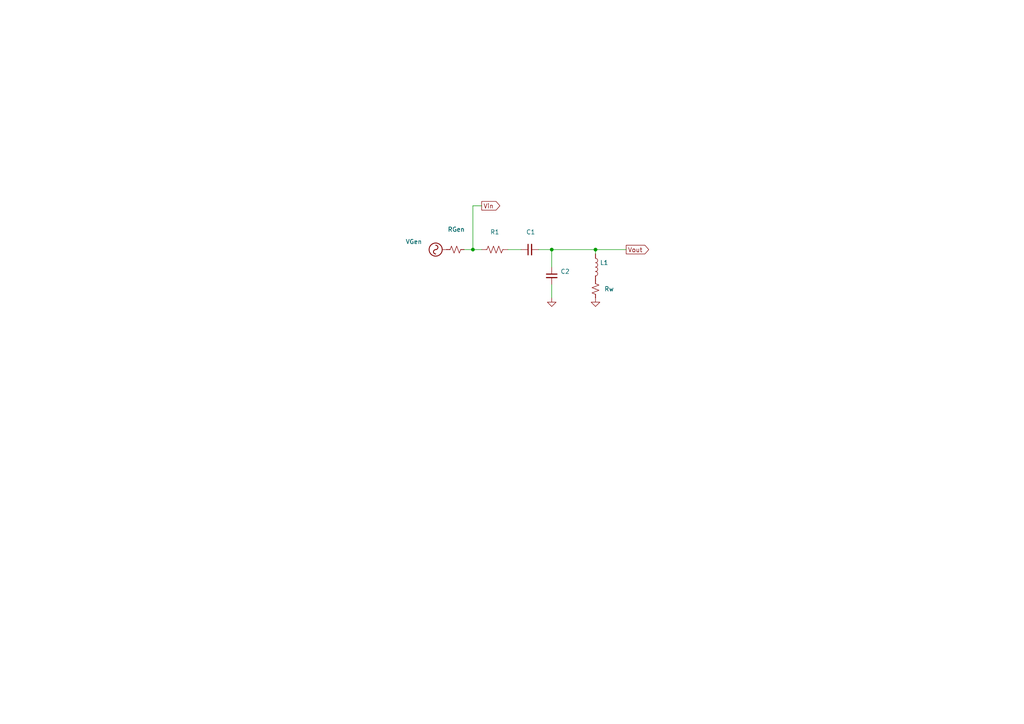
<source format=kicad_sch>
(kicad_sch (version 20231120) (generator "eeschema") (generator_version "8.0")
  (paper "A4")
  (lib_symbols
    (symbol "Device:C_Small" (pin_numbers hide) (pin_names (offset 0.254) hide)
      (property "Reference" "C" (at 0.254 1.778 0))
      (property "Value" "C_Small" (at 0.254 -2.032 0))
      (symbol "C_Small_0_1"
        (polyline (pts (xy -1.524 -0.508) (xy 1.524 -0.508)) (stroke (width 0.3302)))
        (polyline (pts (xy -1.524 0.508) (xy 1.524 0.508)) (stroke (width 0.3048)))
      )
      (symbol "C_Small_1_1"
        (pin passive line (at 0 2.54 270) (length 2.032) (name "~") (number "1"))
        (pin passive line (at 0 -2.54 90) (length 2.032) (name "~") (number "2"))
      )
    )
    (symbol "Device:L" (pin_numbers hide) (pin_names (offset 1.016) hide)
      (property "Reference" "L" (at -1.27 0 90))
      (property "Value" "L" (at 1.905 0 90))
      (symbol "L_0_1"
        (arc (start 0 -2.54) (mid 0.6323 -1.905) (end 0 -1.27))
        (arc (start 0 -1.27) (mid 0.6323 -0.635) (end 0 0))
        (arc (start 0 0) (mid 0.6323 0.635) (end 0 1.27))
        (arc (start 0 1.27) (mid 0.6323 1.905) (end 0 2.54))
      )
      (symbol "L_1_1"
        (pin passive line (at 0 3.81 270) (length 1.27) (name "1") (number "1"))
        (pin passive line (at 0 -3.81 90) (length 1.27) (name "2") (number "2"))
      )
    )
    (symbol "Device:R_Small_US" (pin_numbers hide) (pin_names (offset 0.254) hide)
      (property "Reference" "R" (at 0.762 0.508 0))
      (property "Value" "R_Small_US" (at 0.762 -1.016 0))
      (symbol "R_Small_US_1_1"
        (polyline (pts (xy 0 0) (xy 1.016 -0.381) (xy 0 -0.762) (xy -1.016 -1.143) (xy 0 -1.524)))
        (polyline (pts (xy 0 1.524) (xy 1.016 1.143) (xy 0 0.762) (xy -1.016 0.381) (xy 0 0)))
        (pin passive line (at 0 2.54 270) (length 1.016) (name "~") (number "1"))
        (pin passive line (at 0 -2.54 90) (length 1.016) (name "~") (number "2"))
      )
    )
    (symbol "Device:R_US" (pin_numbers hide) (pin_names (offset 0))
      (property "Reference" "R" (at 2.54 0 90))
      (property "Value" "R_US" (at -2.54 0 90))
      (symbol "R_US_0_1"
        (polyline (pts (xy 0 -2.286) (xy 0 -2.54)))
        (polyline (pts (xy 0 2.286) (xy 0 2.54)))
        (polyline (pts (xy 0 -0.762) (xy 1.016 -1.143) (xy 0 -1.524) (xy -1.016 -1.905) (xy 0 -2.286)))
        (polyline (pts (xy 0 0.762) (xy 1.016 0.381) (xy 0 0) (xy -1.016 -0.381) (xy 0 -0.762)))
        (polyline (pts (xy 0 2.286) (xy 1.016 1.905) (xy 0 1.524) (xy -1.016 1.143) (xy 0 0.762)))
      )
      (symbol "R_US_1_1"
        (pin passive line (at 0 3.81 270) (length 1.27) (name "~") (number "1"))
        (pin passive line (at 0 -3.81 90) (length 1.27) (name "~") (number "2"))
      )
    )
    (symbol "power:AC" (power) (pin_numbers hide) (pin_names (offset 0) hide)
      (property "Value" "AC" (at 0 6.35 0))
      (symbol "AC_0_1"
        (polyline (pts (xy 0 0) (xy 0 1.27)))
        (arc (start 0 3.175) (mid -0.635 3.8073) (end -1.27 3.175) (stroke (width 0.254)))
        (arc (start 0 3.175) (mid 0.635 2.5427) (end 1.27 3.175) (stroke (width 0.254)))
        (circle (center 0 3.175) (radius 1.905) (stroke (width 0.254)))
      )
      (symbol "AC_1_1"
        (pin power_in line (at 0 0 90) (length 0) (name "~") (number "1"))
      )
    )
    (symbol "power:GND" (power) (pin_numbers hide) (pin_names (offset 0) hide)
      (property "Value" "GND" (at 0 -3.81 0))
      (symbol "GND_0_1"
        (polyline (pts (xy 0 0) (xy 0 -1.27) (xy 1.27 -1.27) (xy 0 -2.54) (xy -1.27 -1.27) (xy 0 -1.27)))
      )
      (symbol "GND_1_1"
        (pin power_in line (at 0 0 270) (length 0) (name "~") (number "1"))
      )
    )
  )
  (junction (at 172.72 72.39))
  (junction (at 160.02 72.39))
  (junction (at 137.16 72.39))
  (wire (pts (xy 139.7 59.69) (xy 137.16 59.69)))
  (wire (pts (xy 134.62 72.39) (xy 137.16 72.39)))
  (wire (pts (xy 156.21 72.39) (xy 160.02 72.39)))
  (wire (pts (xy 160.02 72.39) (xy 172.72 72.39)))
  (wire (pts (xy 172.72 72.39) (xy 181.61 72.39)))
  (wire (pts (xy 160.02 77.47) (xy 160.02 72.39)))
  (wire (pts (xy 160.02 82.55) (xy 160.02 86.36)))
  (wire (pts (xy 137.16 59.69) (xy 137.16 72.39)))
  (wire (pts (xy 137.16 72.39) (xy 139.7 72.39)))
  (wire (pts (xy 151.13 72.39) (xy 147.32 72.39)))
  (wire (pts (xy 172.72 72.39) (xy 172.72 73.66)))
  (global_label "Vout" (shape output) (at 181.61 72.39 0) (property "Intersheetrefs" "${INTERSHEET_REFS}" (effects (hide yes))))
  (global_label "Vin" (shape output) (at 139.7 59.69 0) (property "Intersheetrefs" "${INTERSHEET_REFS}" (effects (hide yes))))
  (symbol (lib_id "power:AC") (at 129.54 72.39 90) (unit 1)
    (property "Reference" "#PWR01" (effects (hide yes)))
    (property "Value" "VGen" (at 122.428 70.104 90) (effects (justify left)))
    (property "Description" "Power symbol creates a global label with name \"AC\"" (effects (hide yes)))
  )
  (symbol (lib_id "Device:C_Small") (at 153.67 72.39 90) (unit 1)
    (property "Reference" "C1" (at 153.924 67.31 90))
    (property "Value" "C_Small" (effects (hide yes)))
    (property "Description" "Unpolarized capacitor, small symbol" (effects (hide yes)))
  )
  (symbol (lib_id "Device:R_US") (at 143.51 72.39 90) (unit 1)
    (property "Reference" "R1" (at 143.51 67.31 90))
    (property "Value" "R_US" (effects (hide yes)))
    (property "Description" "Resistor, US symbol" (effects (hide yes)))
  )
  (symbol (lib_id "Device:R_Small_US") (at 172.72 83.82 0) (unit 1)
    (property "Reference" "Rw" (at 175.26 83.8199 0) (effects (justify left)))
    (property "Value" "R_Small_US" (effects (hide yes)))
    (property "Description" "Resistor, small US symbol" (effects (hide yes)))
  )
  (symbol (lib_id "Device:R_Small_US") (at 132.08 72.39 90) (unit 1)
    (property "Reference" "RGen" (at 132.334 66.548 90))
    (property "Value" "R_Small_US" (effects (hide yes)))
    (property "Description" "Resistor, small US symbol" (effects (hide yes)))
  )
  (symbol (lib_id "Device:L") (at 172.72 77.47 0) (unit 1)
    (property "Reference" "L1" (at 173.99 76.1999 0) (effects (justify left)))
    (property "Value" "L" (effects (hide yes)))
    (property "Description" "Inductor" (effects (hide yes)))
  )
  (symbol (lib_id "Device:C_Small") (at 160.02 80.01 0) (unit 1)
    (property "Reference" "C2" (at 162.56 78.7462 0) (effects (justify left)))
    (property "Value" "C_Small" (effects (hide yes)))
    (property "Description" "Unpolarized capacitor, small symbol" (effects (hide yes)))
  )
  (symbol (lib_id "power:GND") (at 160.02 86.36 0) (unit 1)
    (property "Reference" "#PWR03" (effects (hide yes)))
    (property "Value" "GND" (effects (hide yes)))
    (property "Description" "Power symbol creates a global label with name \"GND\" , ground" (effects (hide yes)))
  )
  (symbol (lib_id "power:GND") (at 172.72 86.36 0) (unit 1)
    (property "Reference" "#PWR02" (effects (hide yes)))
    (property "Value" "GND" (effects (hide yes)))
    (property "Description" "Power symbol creates a global label with name \"GND\" , ground" (effects (hide yes)))
  )
)
</source>
